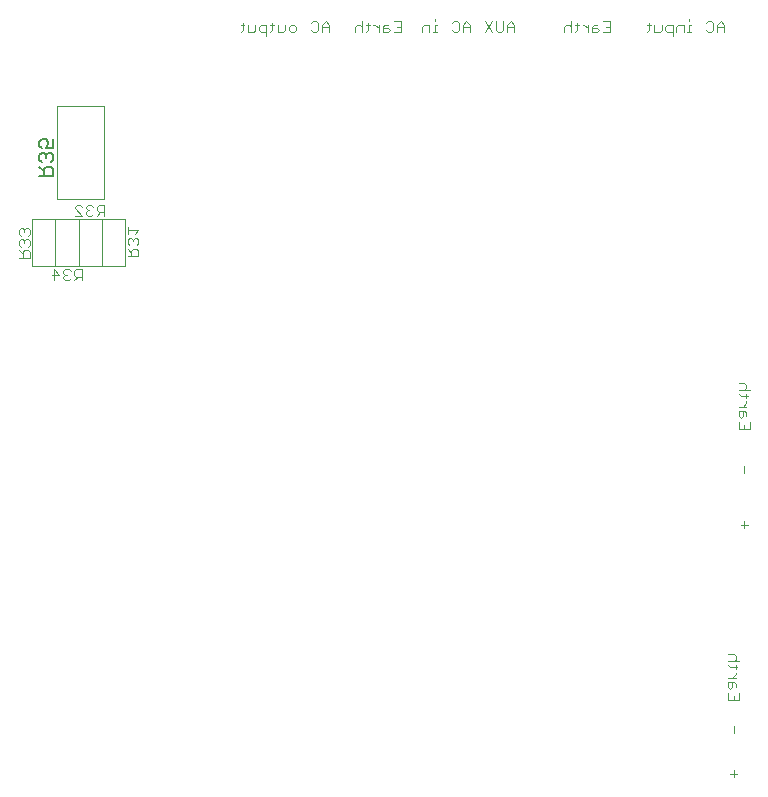
<source format=gbo>
G75*
G70*
%OFA0B0*%
%FSLAX24Y24*%
%IPPOS*%
%LPD*%
%AMOC8*
5,1,8,0,0,1.08239X$1,22.5*
%
%ADD10C,0.0040*%
%ADD11C,0.0050*%
%ADD12C,0.0020*%
D10*
X012224Y023802D02*
X012224Y024163D01*
X012404Y023982D01*
X012164Y023982D01*
X012532Y023922D02*
X012532Y023862D01*
X012592Y023802D01*
X012712Y023802D01*
X012772Y023862D01*
X012900Y023802D02*
X013020Y023922D01*
X012960Y023922D02*
X013141Y023922D01*
X013141Y023802D02*
X013141Y024163D01*
X012960Y024163D01*
X012900Y024103D01*
X012900Y023982D01*
X012960Y023922D01*
X012772Y024103D02*
X012712Y024163D01*
X012592Y024163D01*
X012532Y024103D01*
X012532Y024042D01*
X012592Y023982D01*
X012532Y023922D01*
X012592Y023982D02*
X012652Y023982D01*
X011411Y024552D02*
X011411Y024732D01*
X011351Y024792D01*
X011231Y024792D01*
X011171Y024732D01*
X011171Y024552D01*
X011171Y024672D02*
X011051Y024792D01*
X011111Y024921D02*
X011051Y024981D01*
X011051Y025101D01*
X011111Y025161D01*
X011171Y025161D01*
X011231Y025101D01*
X011231Y025041D01*
X011231Y025101D02*
X011291Y025161D01*
X011351Y025161D01*
X011411Y025101D01*
X011411Y024981D01*
X011351Y024921D01*
X011351Y025289D02*
X011411Y025349D01*
X011411Y025469D01*
X011351Y025529D01*
X011291Y025529D01*
X011231Y025469D01*
X011171Y025529D01*
X011111Y025529D01*
X011051Y025469D01*
X011051Y025349D01*
X011111Y025289D01*
X011231Y025409D02*
X011231Y025469D01*
X011051Y024552D02*
X011411Y024552D01*
X012914Y025952D02*
X013154Y025952D01*
X012914Y026192D01*
X012914Y026253D01*
X012974Y026313D01*
X013094Y026313D01*
X013154Y026253D01*
X013282Y026253D02*
X013282Y026192D01*
X013342Y026132D01*
X013282Y026072D01*
X013282Y026012D01*
X013342Y025952D01*
X013462Y025952D01*
X013522Y026012D01*
X013650Y025952D02*
X013770Y026072D01*
X013710Y026072D02*
X013891Y026072D01*
X013891Y025952D02*
X013891Y026313D01*
X013710Y026313D01*
X013650Y026253D01*
X013650Y026132D01*
X013710Y026072D01*
X013522Y026253D02*
X013462Y026313D01*
X013342Y026313D01*
X013282Y026253D01*
X013342Y026132D02*
X013402Y026132D01*
X014676Y025579D02*
X014676Y025339D01*
X014676Y025459D02*
X015036Y025459D01*
X014916Y025339D01*
X014916Y025211D02*
X014856Y025151D01*
X014796Y025211D01*
X014736Y025211D01*
X014676Y025151D01*
X014676Y025031D01*
X014736Y024971D01*
X014676Y024842D02*
X014796Y024722D01*
X014796Y024782D02*
X014796Y024602D01*
X014676Y024602D02*
X015036Y024602D01*
X015036Y024782D01*
X014976Y024842D01*
X014856Y024842D01*
X014796Y024782D01*
X014976Y024971D02*
X015036Y025031D01*
X015036Y025151D01*
X014976Y025211D01*
X014916Y025211D01*
X014856Y025151D02*
X014856Y025091D01*
X018448Y032077D02*
X018508Y032137D01*
X018508Y032378D01*
X018568Y032317D02*
X018448Y032317D01*
X018696Y032317D02*
X018696Y032077D01*
X018876Y032077D01*
X018936Y032137D01*
X018936Y032317D01*
X019064Y032257D02*
X019124Y032317D01*
X019304Y032317D01*
X019304Y031957D01*
X019304Y032077D02*
X019124Y032077D01*
X019064Y032137D01*
X019064Y032257D01*
X019430Y032317D02*
X019550Y032317D01*
X019490Y032378D02*
X019490Y032137D01*
X019430Y032077D01*
X019678Y032077D02*
X019678Y032317D01*
X019678Y032077D02*
X019858Y032077D01*
X019918Y032137D01*
X019918Y032317D01*
X020046Y032257D02*
X020106Y032317D01*
X020227Y032317D01*
X020287Y032257D01*
X020287Y032137D01*
X020227Y032077D01*
X020106Y032077D01*
X020046Y032137D01*
X020046Y032257D01*
X020783Y032137D02*
X020843Y032077D01*
X020963Y032077D01*
X021023Y032137D01*
X021023Y032378D01*
X020963Y032438D01*
X020843Y032438D01*
X020783Y032378D01*
X021151Y032317D02*
X021151Y032077D01*
X021151Y032257D02*
X021392Y032257D01*
X021392Y032317D02*
X021392Y032077D01*
X021392Y032317D02*
X021271Y032438D01*
X021151Y032317D01*
X022256Y032257D02*
X022256Y032077D01*
X022256Y032257D02*
X022316Y032317D01*
X022436Y032317D01*
X022496Y032257D01*
X022622Y032317D02*
X022742Y032317D01*
X022682Y032378D02*
X022682Y032137D01*
X022622Y032077D01*
X022496Y032077D02*
X022496Y032438D01*
X022869Y032317D02*
X022929Y032317D01*
X023049Y032197D01*
X023049Y032077D02*
X023049Y032317D01*
X023177Y032257D02*
X023237Y032317D01*
X023357Y032317D01*
X023357Y032197D02*
X023177Y032197D01*
X023177Y032257D02*
X023177Y032077D01*
X023357Y032077D01*
X023417Y032137D01*
X023357Y032197D01*
X023545Y032077D02*
X023786Y032077D01*
X023786Y032438D01*
X023545Y032438D01*
X023665Y032257D02*
X023786Y032257D01*
X024497Y032257D02*
X024497Y032077D01*
X024497Y032257D02*
X024557Y032317D01*
X024737Y032317D01*
X024737Y032077D01*
X024862Y032077D02*
X024982Y032077D01*
X024922Y032077D02*
X024922Y032317D01*
X024982Y032317D01*
X024922Y032438D02*
X024922Y032498D01*
X025479Y032378D02*
X025539Y032438D01*
X025659Y032438D01*
X025719Y032378D01*
X025719Y032137D01*
X025659Y032077D01*
X025539Y032077D01*
X025479Y032137D01*
X025847Y032077D02*
X025847Y032317D01*
X025967Y032438D01*
X026087Y032317D01*
X026087Y032077D01*
X026087Y032257D02*
X025847Y032257D01*
X026584Y032077D02*
X026824Y032438D01*
X026952Y032438D02*
X026952Y032137D01*
X027012Y032077D01*
X027132Y032077D01*
X027192Y032137D01*
X027192Y032438D01*
X027320Y032317D02*
X027320Y032077D01*
X027320Y032257D02*
X027561Y032257D01*
X027561Y032317D02*
X027561Y032077D01*
X027561Y032317D02*
X027440Y032438D01*
X027320Y032317D01*
X026824Y032077D02*
X026584Y032438D01*
X029225Y032257D02*
X029225Y032077D01*
X029225Y032257D02*
X029285Y032317D01*
X029406Y032317D01*
X029466Y032257D01*
X029591Y032317D02*
X029711Y032317D01*
X029651Y032378D02*
X029651Y032137D01*
X029591Y032077D01*
X029466Y032077D02*
X029466Y032438D01*
X029838Y032317D02*
X029898Y032317D01*
X030018Y032197D01*
X030018Y032077D02*
X030018Y032317D01*
X030146Y032257D02*
X030146Y032077D01*
X030326Y032077D01*
X030386Y032137D01*
X030326Y032197D01*
X030146Y032197D01*
X030146Y032257D02*
X030206Y032317D01*
X030326Y032317D01*
X030514Y032438D02*
X030755Y032438D01*
X030755Y032077D01*
X030514Y032077D01*
X030635Y032257D02*
X030755Y032257D01*
X031985Y032317D02*
X032105Y032317D01*
X032045Y032378D02*
X032045Y032137D01*
X031985Y032077D01*
X032233Y032077D02*
X032233Y032317D01*
X032233Y032077D02*
X032413Y032077D01*
X032473Y032137D01*
X032473Y032317D01*
X032602Y032257D02*
X032602Y032137D01*
X032662Y032077D01*
X032842Y032077D01*
X032842Y031957D02*
X032842Y032317D01*
X032662Y032317D01*
X032602Y032257D01*
X032970Y032257D02*
X033030Y032317D01*
X033210Y032317D01*
X033210Y032077D01*
X033336Y032077D02*
X033456Y032077D01*
X033396Y032077D02*
X033396Y032317D01*
X033456Y032317D01*
X033396Y032438D02*
X033396Y032498D01*
X032970Y032257D02*
X032970Y032077D01*
X033952Y032137D02*
X034012Y032077D01*
X034132Y032077D01*
X034192Y032137D01*
X034192Y032378D01*
X034132Y032438D01*
X034012Y032438D01*
X033952Y032378D01*
X034320Y032317D02*
X034320Y032077D01*
X034320Y032257D02*
X034561Y032257D01*
X034561Y032317D02*
X034561Y032077D01*
X034561Y032317D02*
X034440Y032438D01*
X034320Y032317D01*
X035051Y020371D02*
X035231Y020371D01*
X035291Y020311D01*
X035291Y020191D01*
X035231Y020131D01*
X035291Y020006D02*
X035291Y019886D01*
X035351Y019946D02*
X035111Y019946D01*
X035051Y020006D01*
X035051Y020131D02*
X035411Y020131D01*
X035291Y019759D02*
X035291Y019699D01*
X035171Y019579D01*
X035051Y019579D02*
X035291Y019579D01*
X035231Y019451D02*
X035051Y019451D01*
X035051Y019270D01*
X035111Y019210D01*
X035171Y019270D01*
X035171Y019451D01*
X035231Y019451D02*
X035291Y019391D01*
X035291Y019270D01*
X035411Y019082D02*
X035411Y018842D01*
X035051Y018842D01*
X035051Y019082D01*
X035231Y018962D02*
X035231Y018842D01*
X035231Y017609D02*
X035231Y017369D01*
X035231Y015767D02*
X035231Y015527D01*
X035351Y015647D02*
X035111Y015647D01*
X034881Y011335D02*
X034701Y011335D01*
X034881Y011335D02*
X034941Y011275D01*
X034941Y011155D01*
X034881Y011095D01*
X034941Y010969D02*
X034941Y010849D01*
X035001Y010909D02*
X034761Y010909D01*
X034701Y010969D01*
X034701Y011095D02*
X035061Y011095D01*
X034941Y010722D02*
X034941Y010662D01*
X034821Y010542D01*
X034701Y010542D02*
X034941Y010542D01*
X034881Y010414D02*
X034701Y010414D01*
X034701Y010234D01*
X034761Y010174D01*
X034821Y010234D01*
X034821Y010414D01*
X034881Y010414D02*
X034941Y010354D01*
X034941Y010234D01*
X035061Y010046D02*
X035061Y009805D01*
X034701Y009805D01*
X034701Y010046D01*
X034881Y009926D02*
X034881Y009805D01*
X034881Y008941D02*
X034881Y008701D01*
X034881Y007467D02*
X034881Y007227D01*
X035001Y007347D02*
X034761Y007347D01*
D11*
X012181Y027276D02*
X011731Y027276D01*
X011881Y027276D02*
X011881Y027501D01*
X011956Y027576D01*
X012106Y027576D01*
X012181Y027501D01*
X012181Y027276D01*
X011881Y027426D02*
X011731Y027576D01*
X011806Y027736D02*
X011731Y027812D01*
X011731Y027962D01*
X011806Y028037D01*
X011881Y028037D01*
X011956Y027962D01*
X011956Y027887D01*
X011956Y027962D02*
X012031Y028037D01*
X012106Y028037D01*
X012181Y027962D01*
X012181Y027812D01*
X012106Y027736D01*
X012181Y028197D02*
X011956Y028197D01*
X012031Y028347D01*
X012031Y028422D01*
X011956Y028497D01*
X011806Y028497D01*
X011731Y028422D01*
X011731Y028272D01*
X011806Y028197D01*
X012181Y028197D02*
X012181Y028497D01*
D12*
X012325Y029621D02*
X013886Y029621D01*
X013886Y026493D01*
X012325Y026493D01*
X012325Y029621D01*
X012269Y025834D02*
X013043Y025834D01*
X013043Y024281D01*
X012269Y024281D01*
X012269Y025834D01*
X012268Y025834D02*
X011494Y025834D01*
X011494Y024281D01*
X012268Y024281D01*
X012268Y025834D01*
X013044Y025834D02*
X013818Y025834D01*
X013818Y024281D01*
X013044Y024281D01*
X013044Y025834D01*
X013819Y025834D02*
X013819Y024281D01*
X014593Y024281D01*
X014593Y025834D01*
X013819Y025834D01*
M02*

</source>
